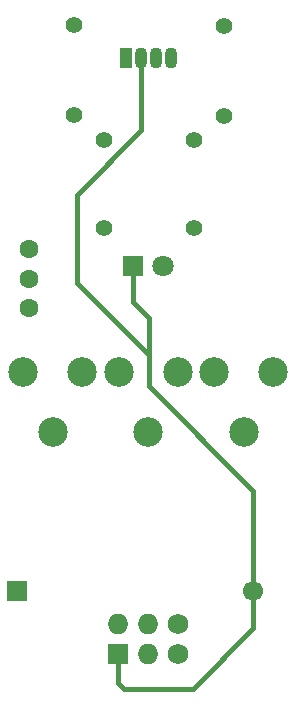
<source format=gbl>
G04 #@! TF.GenerationSoftware,KiCad,Pcbnew,(5.1.9)-1*
G04 #@! TF.CreationDate,2022-07-06T14:17:00-05:00*
G04 #@! TF.ProjectId,hom3c0ming_boutonniere,686f6d33-6330-46d6-996e-675f626f7574,2*
G04 #@! TF.SameCoordinates,Original*
G04 #@! TF.FileFunction,Copper,L2,Bot*
G04 #@! TF.FilePolarity,Positive*
%FSLAX46Y46*%
G04 Gerber Fmt 4.6, Leading zero omitted, Abs format (unit mm)*
G04 Created by KiCad (PCBNEW (5.1.9)-1) date 2022-07-06 14:17:00*
%MOMM*%
%LPD*%
G01*
G04 APERTURE LIST*
G04 #@! TA.AperFunction,ComponentPad*
%ADD10R,1.700000X1.700000*%
G04 #@! TD*
G04 #@! TA.AperFunction,ComponentPad*
%ADD11C,1.700000*%
G04 #@! TD*
G04 #@! TA.AperFunction,ComponentPad*
%ADD12R,1.800000X1.800000*%
G04 #@! TD*
G04 #@! TA.AperFunction,ComponentPad*
%ADD13C,1.800000*%
G04 #@! TD*
G04 #@! TA.AperFunction,ComponentPad*
%ADD14R,1.070000X1.800000*%
G04 #@! TD*
G04 #@! TA.AperFunction,ComponentPad*
%ADD15O,1.070000X1.800000*%
G04 #@! TD*
G04 #@! TA.AperFunction,ComponentPad*
%ADD16C,2.500000*%
G04 #@! TD*
G04 #@! TA.AperFunction,ComponentPad*
%ADD17C,1.400000*%
G04 #@! TD*
G04 #@! TA.AperFunction,ComponentPad*
%ADD18C,1.600000*%
G04 #@! TD*
G04 #@! TA.AperFunction,ComponentPad*
%ADD19C,1.727200*%
G04 #@! TD*
G04 #@! TA.AperFunction,ComponentPad*
%ADD20O,1.727200X1.727200*%
G04 #@! TD*
G04 #@! TA.AperFunction,ComponentPad*
%ADD21R,1.727200X1.727200*%
G04 #@! TD*
G04 #@! TA.AperFunction,Conductor*
%ADD22C,0.400000*%
G04 #@! TD*
G04 APERTURE END LIST*
D10*
X112049260Y-103000000D03*
D11*
X132049260Y-103000000D03*
D12*
X121894600Y-75542140D03*
D13*
X124434600Y-75542140D03*
D14*
X121300240Y-57950100D03*
D15*
X122570240Y-57950100D03*
X123840240Y-57950100D03*
X125110240Y-57950100D03*
D16*
X115084220Y-89540000D03*
X112584220Y-84500000D03*
X117584220Y-84500000D03*
X131225920Y-89540000D03*
X128725920Y-84500000D03*
X133725920Y-84500000D03*
X123158880Y-89540000D03*
X120658880Y-84500000D03*
X125658880Y-84500000D03*
D17*
X116883180Y-55153560D03*
X116883180Y-62773560D03*
X129590800Y-62831980D03*
X129590800Y-55211980D03*
X127043180Y-64836040D03*
X119423180Y-64836040D03*
X127017780Y-72344280D03*
X119397780Y-72344280D03*
D18*
X113100000Y-76600000D03*
X113100000Y-74100000D03*
X113100000Y-79100000D03*
D19*
X125710000Y-105830000D03*
X125710000Y-108370000D03*
D20*
X123170000Y-105830000D03*
X123170000Y-108370000D03*
X120630000Y-105830000D03*
D21*
X120630000Y-108370000D03*
D22*
X132049260Y-94549260D02*
X132049260Y-103000000D01*
X117100000Y-77000000D02*
X123200000Y-83100000D01*
X117100000Y-69500000D02*
X117100000Y-77000000D01*
X122570240Y-64029760D02*
X117100000Y-69500000D01*
X123200000Y-85700000D02*
X132049260Y-94549260D01*
X123200000Y-83100000D02*
X123200000Y-85700000D01*
X122570240Y-57950100D02*
X122570240Y-64029760D01*
X123200000Y-83100000D02*
X123200000Y-79900000D01*
X121894600Y-78594600D02*
X121894600Y-75542140D01*
X123200000Y-79900000D02*
X121894600Y-78594600D01*
X120630000Y-108370000D02*
X120630000Y-110820000D01*
X120630000Y-110820000D02*
X121130000Y-111320000D01*
X121130000Y-111320000D02*
X126910000Y-111320000D01*
X132049260Y-106180740D02*
X132049260Y-103000000D01*
X126910000Y-111320000D02*
X132049260Y-106180740D01*
M02*

</source>
